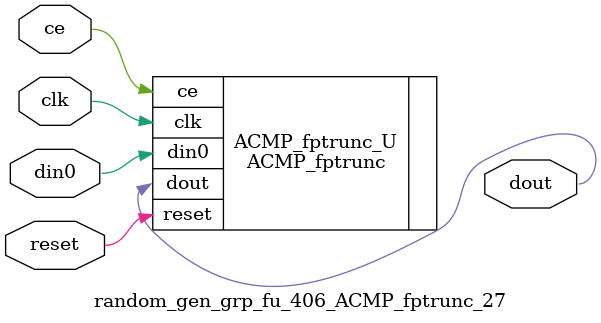
<source format=v>

`timescale 1 ns / 1 ps
module random_gen_grp_fu_406_ACMP_fptrunc_27(
    clk,
    reset,
    ce,
    din0,
    dout);

parameter ID = 32'd1;
parameter NUM_STAGE = 32'd1;
parameter din0_WIDTH = 32'd1;
parameter dout_WIDTH = 32'd1;
input clk;
input reset;
input ce;
input[din0_WIDTH - 1:0] din0;
output[dout_WIDTH - 1:0] dout;



ACMP_fptrunc #(
.ID( ID ),
.NUM_STAGE( 2 ),
.din0_WIDTH( din0_WIDTH ),
.dout_WIDTH( dout_WIDTH ))
ACMP_fptrunc_U(
    .clk( clk ),
    .reset( reset ),
    .ce( ce ),
    .din0( din0 ),
    .dout( dout ));

endmodule

</source>
